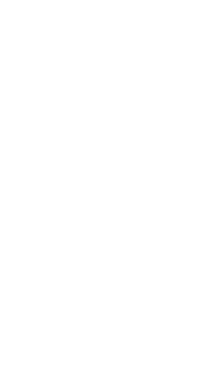
<source format=gbo>
G04 #@! TF.GenerationSoftware,KiCad,Pcbnew,(6.0.6)*
G04 #@! TF.CreationDate,2023-06-15T04:27:02+08:00*
G04 #@! TF.ProjectId,handwire microboard,68616e64-7769-4726-9520-6d6963726f62,rev?*
G04 #@! TF.SameCoordinates,Original*
G04 #@! TF.FileFunction,Legend,Bot*
G04 #@! TF.FilePolarity,Positive*
%FSLAX46Y46*%
G04 Gerber Fmt 4.6, Leading zero omitted, Abs format (unit mm)*
G04 Created by KiCad (PCBNEW (6.0.6)) date 2023-06-15 04:27:02*
%MOMM*%
%LPD*%
G01*
G04 APERTURE LIST*
G04 Aperture macros list*
%AMOutline4P*
0 Free polygon, 4 corners , with rotation*
0 The origin of the aperture is its center*
0 number of corners: always 4*
0 $1 to $8 corner X, Y*
0 $9 Rotation angle, in degrees counterclockwise*
0 create outline with 4 corners*
4,1,4,$1,$2,$3,$4,$5,$6,$7,$8,$1,$2,$9*%
G04 Aperture macros list end*
%ADD10C,1.752600*%
%ADD11Outline4P,-0.876300X-0.876300X0.876300X-0.876300X0.876300X0.876300X-0.876300X0.876300X270.000000*%
%ADD12R,1.752600X1.752600*%
%ADD13O,1.700000X1.700000*%
%ADD14R,1.700000X1.700000*%
%ADD15O,2.000000X1.600000*%
%ADD16C,0.800000*%
%ADD17O,1.600000X2.000000*%
%ADD18C,2.200000*%
%ADD19C,2.000000*%
G04 APERTURE END LIST*
D10*
X145082948Y-78897500D03*
X145082948Y-81437500D03*
D11*
X145082948Y-83977500D03*
X145082948Y-86517500D03*
D10*
X145082948Y-89057500D03*
X145082948Y-91597500D03*
X145082948Y-94137500D03*
X145082948Y-96677500D03*
X145082948Y-99217500D03*
X145082948Y-101757500D03*
X145082948Y-104297500D03*
X145082948Y-106837500D03*
X160322948Y-106837500D03*
X160322948Y-104297500D03*
X160322948Y-101757500D03*
X160322948Y-99217500D03*
X160322948Y-96677500D03*
X160322948Y-94137500D03*
X160322948Y-91597500D03*
X160322948Y-89057500D03*
D12*
X160322948Y-86517500D03*
D10*
X160322948Y-83977500D03*
D11*
X160322948Y-81437500D03*
D10*
X160322948Y-78897500D03*
X147622948Y-106837500D03*
X150162948Y-106837500D03*
X152702948Y-106837500D03*
X155242948Y-106837500D03*
X157782948Y-106837500D03*
%LPC*%
D13*
X162862948Y-110266500D03*
X160322948Y-110266500D03*
X157782948Y-110266500D03*
X155242948Y-110266500D03*
X152702948Y-110266500D03*
X150162948Y-110266500D03*
X147622948Y-110266500D03*
D14*
X145082948Y-110266500D03*
D15*
X140916948Y-113301500D03*
X143916948Y-113301500D03*
X147916948Y-113301500D03*
X149016948Y-117901500D03*
D16*
X146316948Y-115601500D03*
X139316948Y-115601500D03*
D14*
X168196948Y-93629500D03*
D13*
X168196948Y-96169500D03*
X168196948Y-98709500D03*
X168196948Y-101249500D03*
X168196948Y-103789500D03*
X168196948Y-106329500D03*
D14*
X137208948Y-93629500D03*
D13*
X137208948Y-96169500D03*
X137208948Y-98709500D03*
X137208948Y-101249500D03*
X137208948Y-103789500D03*
X137208948Y-106329500D03*
X141424948Y-106349500D03*
X141424948Y-103809500D03*
X141424948Y-101269500D03*
X141424948Y-98729500D03*
X141424948Y-96189500D03*
X141424948Y-93649500D03*
D14*
X141424948Y-91109500D03*
D10*
X145082948Y-78897500D03*
X145082948Y-81437500D03*
D11*
X145082948Y-83977500D03*
X145082948Y-86517500D03*
D10*
X145082948Y-89057500D03*
X145082948Y-91597500D03*
X145082948Y-94137500D03*
X145082948Y-96677500D03*
X145082948Y-99217500D03*
X145082948Y-101757500D03*
X145082948Y-104297500D03*
X145082948Y-106837500D03*
X160322948Y-106837500D03*
X160322948Y-104297500D03*
X160322948Y-101757500D03*
X160322948Y-99217500D03*
X160322948Y-96677500D03*
X160322948Y-94137500D03*
X160322948Y-91597500D03*
X160322948Y-89057500D03*
D12*
X160322948Y-86517500D03*
D10*
X160322948Y-83977500D03*
D11*
X160322948Y-81437500D03*
D10*
X160322948Y-78897500D03*
X147622948Y-106837500D03*
X150162948Y-106837500D03*
X152702948Y-106837500D03*
X155242948Y-106837500D03*
X157782948Y-106837500D03*
D17*
X141540948Y-78779500D03*
X141540948Y-81779500D03*
X141540948Y-85779500D03*
X136940948Y-86879500D03*
D16*
X139240948Y-84179500D03*
X139240948Y-77179500D03*
D17*
X168464948Y-78779500D03*
X168464948Y-81779500D03*
X168464948Y-85779500D03*
X163864948Y-86879500D03*
D16*
X166164948Y-77179500D03*
X166164948Y-84179500D03*
D14*
X164157948Y-91109500D03*
D13*
X164157948Y-93649500D03*
X164157948Y-96189500D03*
X164157948Y-98729500D03*
X164157948Y-101269500D03*
X164157948Y-103809500D03*
X164157948Y-106349500D03*
D15*
X164488948Y-117900500D03*
X161488948Y-117900500D03*
X157488948Y-117900500D03*
X156388948Y-113300500D03*
D16*
X159088948Y-115600500D03*
X166088948Y-115600500D03*
D18*
X139215548Y-77144900D03*
X166164948Y-77170300D03*
X139240948Y-123347500D03*
X166164948Y-123347500D03*
D19*
X149452948Y-120970500D03*
X155952948Y-120970500D03*
X149452948Y-125470500D03*
X155952948Y-125470500D03*
M02*

</source>
